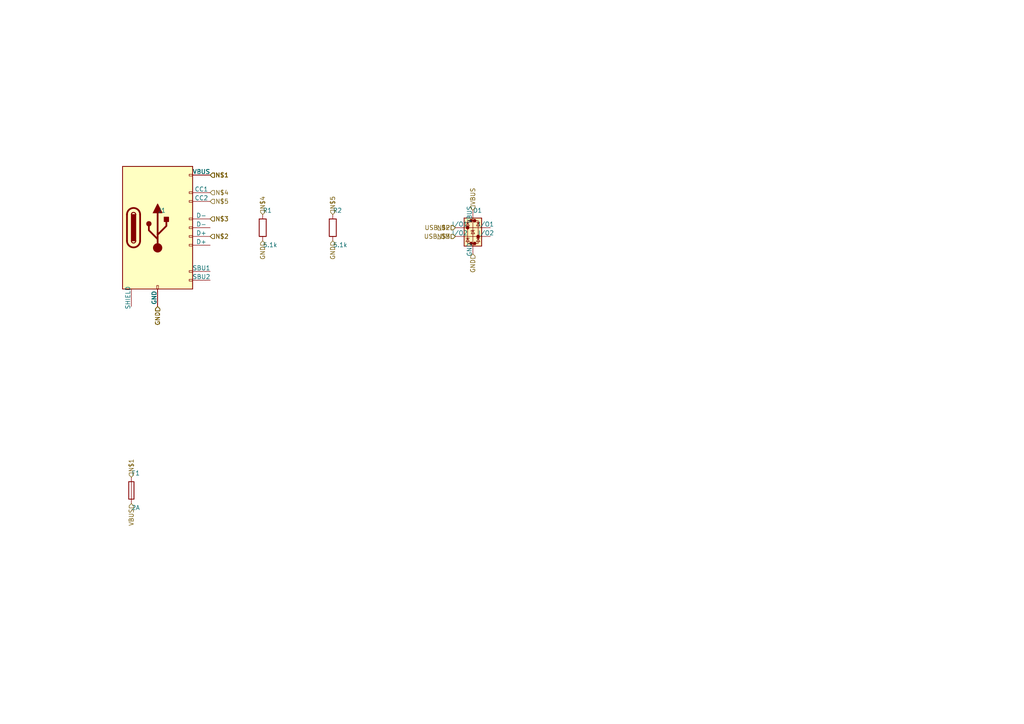
<source format=kicad_sch>
(kicad_sch (version 20250114) (generator "circuit_synth") (generator_version "9.0")
  (paper "A4")
  (lib_symbols
    (symbol "Connector:USB_C_Receptacle_USB2.0_16P" (pin_numbers hide) (pin_names (offset 0))
      (property "Reference" "J" (at 0 0 0))
      (property "Value" "USB_C_Receptacle_USB2.0_16P" (at 0 0 0))
      (symbol "USB_C_Receptacle_USB2.0_16P_0_1"
        (rectangle (start -0.254 -17.78) (end 0.254 -16.764))
        (rectangle (start 10.16 15.494) (end 9.144 14.986))
        (rectangle (start 10.16 10.414) (end 9.144 9.906))
        (rectangle (start 10.16 7.874) (end 9.144 7.366))
        (rectangle (start 10.16 2.794) (end 9.144 2.286))
        (rectangle (start 10.16 0.254) (end 9.144 -0.254))
        (rectangle (start 10.16 -2.286) (end 9.144 -2.794))
        (rectangle (start 10.16 -4.826) (end 9.144 -5.334))
        (rectangle (start 10.16 -12.446) (end 9.144 -12.954))
        (rectangle (start 10.16 -14.986) (end 9.144 -15.494))
        (rectangle (start -10.16 17.78) (end 10.16 -17.78) (stroke (width 0.254)) (fill (type background)))
        (polyline (pts (xy -8.89 -3.81) (xy -8.89 3.81)) (stroke (width 0.508)))
        (rectangle (start -7.62 -3.81) (end -6.35 3.81) (stroke (width 0.254)) (fill (type outline)))
        (arc (start -7.62 3.81) (mid -6.985 4.4423) (end -6.35 3.81) (stroke (width 0.254)))
        (arc (start -7.62 3.81) (mid -6.985 4.4423) (end -6.35 3.81) (stroke (width 0.254)))
        (arc (start -8.89 3.81) (mid -6.985 5.7067) (end -5.08 3.81) (stroke (width 0.508)))
        (arc (start -5.08 -3.81) (mid -6.985 -5.7067) (end -8.89 -3.81) (stroke (width 0.508)))
        (arc (start -6.35 -3.81) (mid -6.985 -4.4423) (end -7.62 -3.81) (stroke (width 0.254)))
        (arc (start -6.35 -3.81) (mid -6.985 -4.4423) (end -7.62 -3.81) (stroke (width 0.254)))
        (polyline (pts (xy -5.08 3.81) (xy -5.08 -3.81)) (stroke (width 0.508)))
        (circle (center -2.54 1.143) (radius 0.635) (stroke (width 0.254)) (fill (type outline)))
        (polyline (pts (xy -1.27 4.318) (xy 0 6.858) (xy 1.27 4.318) (xy -1.27 4.318)) (stroke (width 0.254)) (fill (type outline)))
        (polyline (pts (xy 0 -2.032) (xy 2.54 0.508) (xy 2.54 1.778)) (stroke (width 0.508)))
        (polyline (pts (xy 0 -3.302) (xy -2.54 -0.762) (xy -2.54 0.508)) (stroke (width 0.508)))
        (polyline (pts (xy 0 -5.842) (xy 0 4.318)) (stroke (width 0.508)))
        (circle (center 0 -5.842) (radius 1.27) (fill (type outline)))
        (rectangle (start 1.905 1.778) (end 3.175 3.048) (stroke (width 0.254)) (fill (type outline)))
      )
      (symbol "USB_C_Receptacle_USB2.0_16P_1_1"
        (pin passive line (at -7.62 -22.86 90) (length 5.08) (name "SHIELD") (number "S1"))
        (pin passive line (at 0 -22.86 90) (length 5.08) (name "GND") (number "A1"))
        (pin passive line (at 0 -22.86 90) (length 5.08) (name "GND") (number "A12"))
        (pin passive line (at 0 -22.86 90) (length 5.08) (name "GND") (number "B1"))
        (pin passive line (at 0 -22.86 90) (length 5.08) (name "GND") (number "B12"))
        (pin passive line (at 15.24 15.24 180) (length 5.08) (name "VBUS") (number "A4"))
        (pin passive line (at 15.24 15.24 180) (length 5.08) (name "VBUS") (number "A9"))
        (pin passive line (at 15.24 15.24 180) (length 5.08) (name "VBUS") (number "B4"))
        (pin passive line (at 15.24 15.24 180) (length 5.08) (name "VBUS") (number "B9"))
        (pin bidirectional line (at 15.24 10.16 180) (length 5.08) (name "CC1") (number "A5"))
        (pin bidirectional line (at 15.24 7.62 180) (length 5.08) (name "CC2") (number "B5"))
        (pin bidirectional line (at 15.24 2.54 180) (length 5.08) (name "D-") (number "A7"))
        (pin bidirectional line (at 15.24 0 180) (length 5.08) (name "D-") (number "B7"))
        (pin bidirectional line (at 15.24 -2.54 180) (length 5.08) (name "D+") (number "A6"))
        (pin bidirectional line (at 15.24 -5.08 180) (length 5.08) (name "D+") (number "B6"))
        (pin bidirectional line (at 15.24 -12.7 180) (length 5.08) (name "SBU1") (number "A8"))
        (pin bidirectional line (at 15.24 -15.24 180) (length 5.08) (name "SBU2") (number "B8"))
      )
    )
    (symbol "Device:Fuse" (pin_numbers hide) (pin_names (offset 0))
      (property "Reference" "F" (at 0 0 0))
      (property "Value" "Fuse" (at 0 0 0))
      (symbol "Fuse_0_1"
        (rectangle (start -0.762 -2.54) (end 0.762 2.54) (stroke (width 0.254)))
        (polyline (pts (xy 0 2.54) (xy 0 -2.54)))
      )
      (symbol "Fuse_1_1"
        (pin passive line (at 0 3.81 270) (length 1.27) (name "~") (number "1"))
        (pin passive line (at 0 -3.81 90) (length 1.27) (name "~") (number "2"))
      )
    )
    (symbol "Device:R" (pin_numbers hide) (pin_names (offset 0))
      (property "Reference" "R" (at 0 0 0))
      (property "Value" "R" (at 0 0 0))
      (symbol "R_0_1"
        (rectangle (start -1.016 -2.54) (end 1.016 2.54) (stroke (width 0.254)))
      )
      (symbol "R_1_1"
        (pin passive line (at 0 3.81 270) (length 1.27) (name "~") (number "1"))
        (pin passive line (at 0 -3.81 90) (length 1.27) (name "~") (number "2"))
      )
    )
    (symbol "Power_Protection:USBLC6-2P6" (pin_numbers hide) (pin_names (offset 0))
      (property "Reference" "U" (at 0 0 0))
      (property "Value" "USBLC6-2P6" (at 0 0 0))
      (symbol "USBLC6-2P6_0_1"
        (circle (center -1.524 0) (radius 0.0001) (stroke (width 0.508)))
        (circle (center -0.508 2.032) (radius 0.0001) (stroke (width 0.508)))
        (circle (center -0.508 -4.572) (radius 0.0001) (stroke (width 0.508)))
        (circle (center 0.508 2.032) (radius 0.0001) (stroke (width 0.508)))
        (circle (center 0.508 -4.572) (radius 0.0001) (stroke (width 0.508)))
        (circle (center 1.524 -2.54) (radius 0.0001) (stroke (width 0.508)))
        (polyline (pts (xy -2.54 0) (xy 2.54 0)))
        (polyline (pts (xy -2.54 -2.54) (xy 2.54 -2.54)))
        (polyline (pts (xy -2.032 0.508) (xy -1.016 0.508) (xy -1.524 1.524) (xy -2.032 0.508)))
        (polyline (pts (xy -2.032 -3.048) (xy -1.016 -3.048)))
        (polyline (pts (xy -1.016 1.524) (xy -2.032 1.524)))
        (polyline (pts (xy -1.016 -4.064) (xy -2.032 -4.064) (xy -1.524 -3.048) (xy -1.016 -4.064)))
        (polyline (pts (xy -0.508 -1.143) (xy -0.508 -0.762) (xy 0.508 -0.762)))
        (polyline (pts (xy 0 2.54) (xy -0.508 2.032) (xy 0.508 2.032) (xy 0 1.524) (xy 0 -4.064) (xy -0.508 -4.572) (xy 0.508 -4.572) (xy 0 -5.08)))
        (polyline (pts (xy 0.508 -1.778) (xy -0.508 -1.778) (xy 0 -0.762) (xy 0.508 -1.778)))
        (polyline (pts (xy 1.016 1.524) (xy 2.032 1.524)))
        (polyline (pts (xy 1.016 -3.048) (xy 2.032 -3.048)))
        (polyline (pts (xy 2.032 0.508) (xy 1.016 0.508) (xy 1.524 1.524) (xy 2.032 0.508)))
        (polyline (pts (xy 2.032 -4.064) (xy 1.016 -4.064) (xy 1.524 -3.048) (xy 2.032 -4.064)))
        (rectangle (start -2.54 2.794) (end 2.54 -5.334) (stroke (width 0.254)) (fill (type background)))
        (polyline (pts (xy -0.508 2.032) (xy -1.524 2.032) (xy -1.524 -4.572) (xy -0.508 -4.572)))
        (polyline (pts (xy 0.508 -4.572) (xy 1.524 -4.572) (xy 1.524 2.032) (xy 0.508 2.032)))
      )
      (symbol "USBLC6-2P6_1_1"
        (pin passive line (at -5.08 0 0) (length 2.54) (name "I/O1") (number "1"))
        (pin passive line (at -5.08 -2.54 0) (length 2.54) (name "I/O2") (number "3"))
        (pin passive line (at 0 5.08 270) (length 2.54) (name "VBUS") (number "5"))
        (pin passive line (at 0 -7.62 90) (length 2.54) (name "GND") (number "2"))
        (pin passive line (at 5.08 0 180) (length 2.54) (name "I/O1") (number "6"))
        (pin passive line (at 5.08 -2.54 180) (length 2.54) (name "I/O2") (number "4"))
      )
    )
  )
  (symbol (lib_id "Connector:USB_C_Receptacle_USB2.0_16P") (at 45.72 66.04 0) (unit 1)
    (property "Reference" "J1" (at 45.72 61.04 0) (effects (justify left)))
    (property "Footprint" "Connector_USB:USB_C_Receptacle_HRO_TYPE-C-31-M-12" (effects (hide yes)))
  )
  (symbol (lib_id "Device:R") (at 76.2 66.04 0) (unit 1)
    (property "Reference" "R1" (at 76.2 61.04 0) (effects (justify left)))
    (property "Value" "5.1k" (at 76.2 71.04 0) (effects (justify left)))
    (property "Footprint" "Resistor_SMD:R_0603_1608Metric" (effects (hide yes)))
  )
  (symbol (lib_id "Device:R") (at 96.52 66.04 0) (unit 1)
    (property "Reference" "R2" (at 96.52 61.04 0) (effects (justify left)))
    (property "Value" "5.1k" (at 96.52 71.04 0) (effects (justify left)))
    (property "Footprint" "Resistor_SMD:R_0603_1608Metric" (effects (hide yes)))
  )
  (symbol (lib_id "Power_Protection:USBLC6-2P6") (at 137.16 66.04 0) (unit 1)
    (property "Reference" "D1" (at 137.16 61.04 0) (effects (justify left)))
    (property "Footprint" "Package_TO_SOT_SMD:SOT-23-6" (effects (hide yes)))
  )
  (symbol (lib_id "Device:Fuse") (at 38.1 142.24 0) (unit 1)
    (property "Reference" "F1" (at 38.1 137.24 0) (effects (justify left)))
    (property "Value" "2A" (at 38.1 147.24 0) (effects (justify left)))
    (property "Footprint" "Fuse:Fuse_1206_3216Metric" (effects (hide yes)))
  )
  (hierarchical_label "GND" (shape input) (at 45.72 88.9 270))
  (hierarchical_label "GND" (shape input) (at 45.72 88.9 270))
  (hierarchical_label "GND" (shape input) (at 45.72 88.9 270))
  (hierarchical_label "GND" (shape input) (at 45.72 88.9 270))
  (hierarchical_label "GND" (shape input) (at 76.2 69.85 270))
  (hierarchical_label "GND" (shape input) (at 96.52 69.85 270))
  (hierarchical_label "GND" (shape input) (at 137.16 73.66 270))
  (hierarchical_label "N$1" (shape input) (at 60.96 50.8 0))
  (hierarchical_label "N$1" (shape input) (at 60.96 50.8 0))
  (hierarchical_label "N$1" (shape input) (at 60.96 50.8 0))
  (hierarchical_label "N$1" (shape input) (at 60.96 50.8 0))
  (hierarchical_label "N$1" (shape input) (at 38.1 138.43 90))
  (hierarchical_label "N$4" (shape input) (at 60.96 55.88 0))
  (hierarchical_label "N$4" (shape input) (at 76.2 62.23 90))
  (hierarchical_label "N$5" (shape input) (at 60.96 58.42 0))
  (hierarchical_label "N$5" (shape input) (at 96.52 62.23 90))
  (hierarchical_label "N$3" (shape input) (at 60.96 63.5 0))
  (hierarchical_label "N$3" (shape input) (at 60.96 63.5 0))
  (hierarchical_label "N$3" (shape input) (at 132.08 68.58 180))
  (hierarchical_label "N$2" (shape input) (at 60.96 68.58 0))
  (hierarchical_label "N$2" (shape input) (at 60.96 68.58 0))
  (hierarchical_label "N$2" (shape input) (at 132.08 66.04 180))
  (hierarchical_label "VBUS" (shape input) (at 137.16 60.96 90))
  (hierarchical_label "VBUS" (shape input) (at 38.1 146.05 270))
  (hierarchical_label "USB_DP" (shape input) (at 132.08 66.04 180))
  (hierarchical_label "USB_DM" (shape input) (at 132.08 68.58 180))
)
</source>
